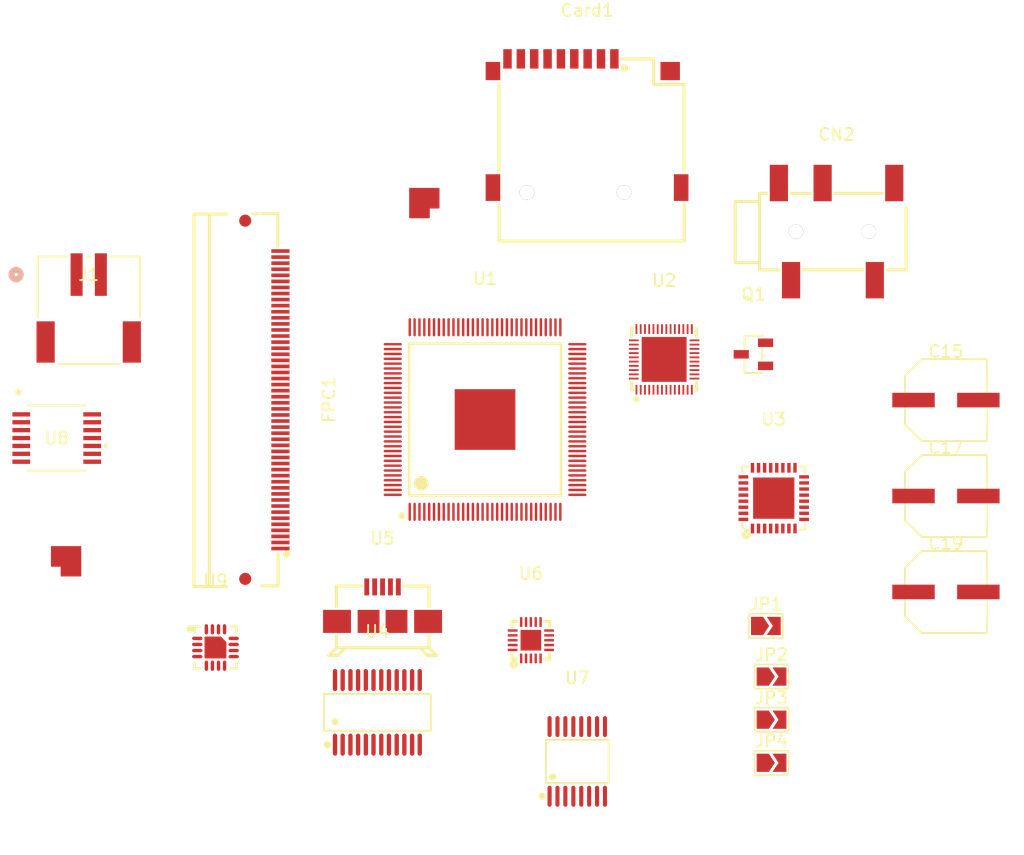
<source format=kicad_pcb>
(kicad_pcb (version 20241229) (generator "pcbnew") (generator_version "9.0")
  (layers (0 "F.Cu" signal) (2 "B.Cu" signal) (13 "F.Paste" user) (15 "B.Paste" user) (5 "F.SilkS" user "F.Silkscreen") (7 "B.SilkS" user "B.Silkscreen") (1 "F.Mask" user) (3 "B.Mask" user) (25 "Edge.Cuts" user))
  (net 0 "")
  (net 3 "TS_CS")
  (net 6 "TS_MISO")
  (net 18 "SGTL_SDA")
  (net 24 "SGTL_SCK")
  (net 29 "GND")
  (net 42 "TS_MOSI")
  (net 51 "TS_CLK")
  (net 121 "I2S_SCK")
  (net 122 "Net-(U3-VAG)")
  (net 123 "I2S_WS")
  (net 127 "I2S_SD")
  (net 172 "/USB_D-")
  (net 173 "+3.3V")
  (net 174 "/USB_D+")
  (net 175 "+1V2")
  (net 176 "+1V8")
  (net 177 "VBUS")
  (net 178 "Net-(U6-FB3)")
  (net 179 "Net-(U6-LX2)")
  (net 180 "Net-(U6-FB1)")
  (net 181 "Net-(U6-FB2)")
  (net 182 "Net-(U6-LX3)")
  (net 183 "Net-(U6-LX1)")
  (net 184 "LCD_D2")
  (net 185 "LCD_D11")
  (net 186 "LCD_D13")
  (net 187 "LCD_D3")
  (net 188 "LCD_D14")
  (net 189 "LCD_D6")
  (net 190 "LCD_D22")
  (net 191 "LCD_HSYNC")
  (net 192 "LCD_D5")
  (net 193 "LCD_D7")
  (net 194 "LCD_D10")
  (net 196 "LCD_D19")
  (net 197 "LCD_D12")
  (net 198 "LCD_CLK")
  (net 199 "LCD_D15")
  (net 200 "LCD_D23")
  (net 202 "LCD_DE")
  (net 203 "LCD_D20")
  (net 204 "LCD_VSYNC")
  (net 205 "LCD_D18")
  (net 206 "LCD_D21")
  (net 207 "LCD_D4")
  (net 208 "/Display/Y+")
  (net 209 "/Display/X+")
  (net 210 "/Display/X-")
  (net 211 "/Display/Y-")
  (net 212 "Net-(FPC1-IM0)")
  (net 213 "Net-(FPC1-IM1)")
  (net 214 "Net-(FPC1-IM2)")
  (net 215 "Net-(FPC1-IM3)")
  (net 226 "Net-(C12-Pad1)")
  (net 227 "Net-(C11-Pad1)")
  (net 230 "Net-(FPC1-LEDA-Pad49)")
  (net 231 "Net-(FPC1-RESET)")
  (net 232 "Net-(FPC1-LEDA-Pad48)")
  (net 233 "Net-(FPC1-LEDA-Pad5)")
  (net 234 "Net-(FPC1-LEDA-Pad2)")
  (net 235 "Net-(FPC1-LEDA-Pad4)")
  (net 236 "Net-(FPC1-LEDA-Pad3)")
  (net 237 "Net-(FPC1-LEDK)")
  (net 238 "LCD_LIGHT")
  (net 239 "Net-(U3-HP_L)")
  (net 240 "Net-(U3-HP_R)")
  (net 242 "Net-(U8-VREF)")
  (net 243 "/SDC0_D0")
  (net 244 "/SDC0_D2")
  (net 245 "/SDC0_CMD")
  (net 246 "/SDC0_D1")
  (net 247 "/SDC0_D3")
  (net 248 "/SDC0_CLK")
  (net 249 "HPOUTR")
  (net 250 "HPOUTL")
  (net 257 "Net-(U8-VINL)")
  (net 259 "Net-(U8-VINR)")
  (footprint "easyeda2kicad:SSOP-24_L8.8-W4.0-P0.64-LS6.2-BL" (layer "F.Cu") (at 130.96 125.49)
    (property "Reference" "U4" (at 0 -6.66 0) (layer "F.SilkS"))
    (property "Value" "AI12")
    (pad "1" smd oval (at -3.49 2.66) (size 0.36 1.82) (layers "F.Cu" "F.Mask" "F.Paste"))
    (pad "2" smd oval (at -2.86 2.66) (size 0.36 1.82) (layers "F.Cu" "F.Mask" "F.Paste"))
    (pad "3" smd oval (at -2.22 2.66) (size 0.36 1.82) (layers "F.Cu" "F.Mask" "F.Paste"))
    (pad "4" smd oval (at -1.59 2.66) (size 0.36 1.82) (layers "F.Cu" "F.Mask" "F.Paste"))
    (pad "5" smd oval (at -0.95 2.66) (size 0.36 1.82) (layers "F.Cu" "F.Mask" "F.Paste"))
    (pad "6" smd oval (at -0.32 2.66) (size 0.36 1.82) (layers "F.Cu" "F.Mask" "F.Paste"))
    (pad "7" smd oval (at 0.32 2.66) (size 0.36 1.82) (layers "F.Cu" "F.Mask" "F.Paste"))
    (pad "8" smd oval (at 0.95 2.66) (size 0.36 1.82) (layers "F.Cu" "F.Mask" "F.Paste"))
    (pad "9" smd oval (at 1.59 2.66) (size 0.36 1.82) (layers "F.Cu" "F.Mask" "F.Paste"))
    (pad "10" smd oval (at 2.22 2.66) (size 0.36 1.82) (layers "F.Cu" "F.Mask" "F.Paste"))
    (pad "11" smd oval (at 2.86 2.66) (size 0.36 1.82) (layers "F.Cu" "F.Mask" "F.Paste"))
    (pad "12" smd oval (at 3.49 2.66) (size 0.36 1.82) (layers "F.Cu" "F.Mask" "F.Paste"))
    (pad "13" smd oval (at 3.49 -2.66) (size 0.36 1.82) (layers "F.Cu" "F.Mask" "F.Paste"))
    (pad "14" smd oval (at 2.86 -2.66) (size 0.36 1.82) (layers "F.Cu" "F.Mask" "F.Paste"))
    (pad "15" smd oval (at 2.22 -2.66) (size 0.36 1.82) (layers "F.Cu" "F.Mask" "F.Paste"))
    (pad "16" smd oval (at 1.59 -2.66) (size 0.36 1.82) (layers "F.Cu" "F.Mask" "F.Paste"))
    (pad "17" smd oval (at 0.95 -2.66) (size 0.36 1.82) (layers "F.Cu" "F.Mask" "F.Paste"))
    (pad "18" smd oval (at 0.32 -2.66) (size 0.36 1.82) (layers "F.Cu" "F.Mask" "F.Paste"))
    (pad "19" smd oval (at -0.32 -2.66) (size 0.36 1.82) (layers "F.Cu" "F.Mask" "F.Paste"))
    (pad "20" smd oval (at -0.95 -2.66) (size 0.36 1.82) (layers "F.Cu" "F.Mask" "F.Paste"))
    (pad "21" smd oval (at -1.59 -2.66) (size 0.36 1.82) (layers "F.Cu" "F.Mask" "F.Paste"))
    (pad "22" smd oval (at -2.22 -2.66) (size 0.36 1.82) (layers "F.Cu" "F.Mask" "F.Paste"))
    (pad "23" smd oval (at -2.86 -2.66) (size 0.36 1.82) (layers "F.Cu" "F.Mask" "F.Paste"))
    (pad "24" smd oval (at -3.49 -2.66) (size 0.36 1.82) (layers "F.Cu" "F.Mask" "F.Paste"))
  )
  (footprint "easyeda2kicad:QFN-32_L5.0-W5.0-P0.50-BL-EP3.4" (layer "F.Cu") (at 163.6 107.85)
    (property "Reference" "U3" (at 0 -6.5 0) (layer "F.SilkS"))
    (property "Value" "SGTL5000XNAA3R2")
    (pad "1" smd rect (at -1.75 2.5) (size 0.28 0.8) (layers "F.Cu" "F.Mask" "F.Paste") (net 29 "GND"))
    (pad "2" smd rect (at -1.25 2.5) (size 0.28 0.8) (layers "F.Cu" "F.Mask" "F.Paste") (net 240 "Net-(U3-HP_R)"))
    (pad "3" smd rect (at -0.75 2.5) (size 0.28 0.8) (layers "F.Cu" "F.Mask" "F.Paste") (net 29 "GND"))
    (pad "4" smd rect (at -0.25 2.5) (size 0.28 0.8) (layers "F.Cu" "F.Mask" "F.Paste"))
    (pad "5" smd rect (at 0.25 2.5) (size 0.28 0.8) (layers "F.Cu" "F.Mask" "F.Paste") (net 173 "+3.3V"))
    (pad "6" smd rect (at 0.75 2.5) (size 0.28 0.8) (layers "F.Cu" "F.Mask" "F.Paste") (net 239 "Net-(U3-HP_L)"))
    (pad "7" smd rect (at 1.25 2.5) (size 0.28 0.8) (layers "F.Cu" "F.Mask" "F.Paste") (net 29 "GND"))
    (pad "8" smd rect (at 1.75 2.5) (size 0.28 0.8) (layers "F.Cu" "F.Mask" "F.Paste"))
    (pad "9" smd rect (at 2.5 1.75) (size 0.8 0.28) (layers "F.Cu" "F.Mask" "F.Paste"))
    (pad "10" smd rect (at 2.5 1.25) (size 0.8 0.28) (layers "F.Cu" "F.Mask" "F.Paste") (net 122 "Net-(U3-VAG)"))
    (pad "11" smd rect (at 2.5 0.75) (size 0.8 0.28) (layers "F.Cu" "F.Mask" "F.Paste"))
    (pad "12" smd rect (at 2.5 0.25) (size 0.8 0.28) (layers "F.Cu" "F.Mask" "F.Paste"))
    (pad "13" smd rect (at 2.5 -0.25) (size 0.8 0.28) (layers "F.Cu" "F.Mask" "F.Paste"))
    (pad "14" smd rect (at 2.5 -0.75) (size 0.8 0.28) (layers "F.Cu" "F.Mask" "F.Paste"))
    (pad "15" smd rect (at 2.5 -1.25) (size 0.8 0.28) (layers "F.Cu" "F.Mask" "F.Paste"))
    (pad "16" smd rect (at 2.5 -1.75) (size 0.8 0.28) (layers "F.Cu" "F.Mask" "F.Paste"))
    (pad "17" smd rect (at 1.75 -2.5) (size 0.28 0.8) (layers "F.Cu" "F.Mask" "F.Paste"))
    (pad "18" smd rect (at 1.25 -2.5) (size 0.28 0.8) (layers "F.Cu" "F.Mask" "F.Paste"))
    (pad "19" smd rect (at 0.75 -2.5) (size 0.28 0.8) (layers "F.Cu" "F.Mask" "F.Paste"))
    (pad "20" smd rect (at 0.25 -2.5) (size 0.28 0.8) (layers "F.Cu" "F.Mask" "F.Paste") (net 173 "+3.3V"))
    (pad "21" smd rect (at -0.25 -2.5) (size 0.28 0.8) (layers "F.Cu" "F.Mask" "F.Paste"))
    (pad "22" smd rect (at -0.75 -2.5) (size 0.28 0.8) (layers "F.Cu" "F.Mask" "F.Paste"))
    (pad "23" smd rect (at -1.25 -2.5) (size 0.28 0.8) (layers "F.Cu" "F.Mask" "F.Paste") (net 123 "I2S_WS"))
    (pad "24" smd rect (at -1.75 -2.5) (size 0.28 0.8) (layers "F.Cu" "F.Mask" "F.Paste") (net 121 "I2S_SCK"))
    (pad "25" smd rect (at -2.5 -1.75) (size 0.8 0.28) (layers "F.Cu" "F.Mask" "F.Paste"))
    (pad "26" smd rect (at -2.5 -1.25) (size 0.8 0.28) (layers "F.Cu" "F.Mask" "F.Paste") (net 127 "I2S_SD"))
    (pad "27" smd rect (at -2.5 -0.75) (size 0.8 0.28) (layers "F.Cu" "F.Mask" "F.Paste") (net 18 "SGTL_SDA"))
    (pad "28" smd rect (at -2.5 -0.25) (size 0.8 0.28) (layers "F.Cu" "F.Mask" "F.Paste"))
    (pad "29" smd rect (at -2.5 0.25) (size 0.8 0.28) (layers "F.Cu" "F.Mask" "F.Paste") (net 24 "SGTL_SCK"))
    (pad "30" smd rect (at -2.5 0.75) (size 0.8 0.28) (layers "F.Cu" "F.Mask" "F.Paste") (net 176 "+1V8"))
    (pad "31" smd rect (at -2.5 1.25) (size 0.8 0.28) (layers "F.Cu" "F.Mask" "F.Paste") (net 29 "GND"))
    (pad "32" smd rect (at -2.5 1.75) (size 0.8 0.28) (layers "F.Cu" "F.Mask" "F.Paste") (net 29 "GND"))
    (pad "33" smd rect (at 0 0 180) (size 3.4 3.4) (layers "F.Cu" "F.Mask" "F.Paste") (net 29 "GND"))
  )
  (footprint "easyeda2kicad:CAP-SMD_BD6.3-L6.6-W6.6-LS7.3" (layer "F.Cu") (at 177.78 107.675)
    (property "Reference" "C17" (at 0 -4 0) (layer "F.SilkS"))
    (property "Value" "GVS1H100M0604")
    (pad "1" smd rect (at -2.67 0) (size 3.5 1.2) (layers "F.Cu" "F.Mask" "F.Paste") (net 29 "GND"))
    (pad "2" smd rect (at 2.67 0) (size 3.5 1.2) (layers "F.Cu" "F.Mask" "F.Paste") (net 173 "+3.3V"))
  )
  (footprint "Jumper:SolderJumper-2_P1.3mm_Open_TrianglePad1.0x1.5mm" (layer "F.Cu") (at 163.42 122.545)
    (property "Reference" "JP2" (at 0 -1.8 0) (layer "F.SilkS"))
    (property "Value" "SolderJumper_2_Open")
    (pad "1" smd custom (at -0.725 0) (size 0.3 0.3) (layers "F.Cu" "F.Mask") (net 213 "Net-(FPC1-IM1)") (options (clearance outline) (anchor rect)) (primitives (gr_poly (pts (xy 1 0) (xy 0.5 0.75) (xy -0.5 0.75) (xy -0.5 -0.75) (xy 0.5 -0.75)) (width 0) (fill yes))))
    (pad "2" smd custom (at 0.725 0) (size 0.3 0.3) (layers "F.Cu" "F.Mask") (net 173 "+3.3V") (options (clearance outline) (anchor rect)) (primitives (gr_poly (pts (xy 0.5 0.75) (xy -0.65 0.75) (xy -0.15 0) (xy -0.65 -0.75) (xy 0.5 -0.75)) (width 0) (fill yes))))
  )
  (footprint "easyeda2kicad:AUDIO-SMD_PJ-3537S" (layer "F.Cu") (at 168.775 85.9)
    (property "Reference" "CN2" (at 0 -8 0) (layer "F.SilkS"))
    (property "Value" "PJ-3537S")
    (pad "" thru_hole circle (at -3.35 0) (size 1.2 1.2) (drill 1.2) (layers "*.Cu" "*.Mask"))
    (pad "" thru_hole circle (at 2.65 0) (size 1.2 1.2) (drill 1.2) (layers "*.Cu" "*.Mask"))
    (pad "1" smd rect (at -3.75 4) (size 1.5 3) (layers "F.Cu" "F.Mask" "F.Paste") (net 29 "GND"))
    (pad "2" smd rect (at -4.75 -4) (size 1.5 3) (layers "F.Cu" "F.Mask" "F.Paste") (net 227 "Net-(C11-Pad1)"))
    (pad "3" smd rect (at -1.15 -4) (size 1.5 3) (layers "F.Cu" "F.Mask" "F.Paste"))
    (pad "4" smd rect (at 3.15 4) (size 1.5 3) (layers "F.Cu" "F.Mask" "F.Paste"))
    (pad "5" smd rect (at 4.75 -4) (size 1.5 3) (layers "F.Cu" "F.Mask" "F.Paste") (net 226 "Net-(C12-Pad1)"))
  )
  (footprint "easyeda2kicad:TSSOP-16_L5.0-W4.4-P0.65-LS6.4-BL" (layer "F.Cu") (at 147.42 129.53)
    (property "Reference" "U7" (at 0 -6.87 0) (layer "F.SilkS"))
    (property "Value" "TSC2046IPWR_C8954")
    (pad "1" smd oval (at -2.28 2.87) (size 0.34 1.73) (layers "F.Cu" "F.Mask" "F.Paste") (net 173 "+3.3V"))
    (pad "2" smd oval (at -1.63 2.87) (size 0.34 1.73) (layers "F.Cu" "F.Mask" "F.Paste") (net 209 "/Display/X+"))
    (pad "3" smd oval (at -0.98 2.87) (size 0.34 1.73) (layers "F.Cu" "F.Mask" "F.Paste") (net 208 "/Display/Y+"))
    (pad "4" smd oval (at -0.32 2.87) (size 0.34 1.73) (layers "F.Cu" "F.Mask" "F.Paste") (net 210 "/Display/X-"))
    (pad "5" smd oval (at 0.33 2.87) (size 0.34 1.73) (layers "F.Cu" "F.Mask" "F.Paste") (net 211 "/Display/Y-"))
    (pad "6" smd oval (at 0.98 2.87) (size 0.34 1.73) (layers "F.Cu" "F.Mask" "F.Paste") (net 29 "GND"))
    (pad "7" smd oval (at 1.63 2.87) (size 0.34 1.73) (layers "F.Cu" "F.Mask" "F.Paste"))
    (pad "8" smd oval (at 2.28 2.87) (size 0.34 1.73) (layers "F.Cu" "F.Mask" "F.Paste"))
    (pad "9" smd oval (at 2.28 -2.87) (size 0.34 1.73) (layers "F.Cu" "F.Mask" "F.Paste"))
    (pad "10" smd oval (at 1.63 -2.87) (size 0.34 1.73) (layers "F.Cu" "F.Mask" "F.Paste") (net 173 "+3.3V"))
    (pad "11" smd oval (at 0.98 -2.87) (size 0.34 1.73) (layers "F.Cu" "F.Mask" "F.Paste"))
    (pad "12" smd oval (at 0.33 -2.87) (size 0.34 1.73) (layers "F.Cu" "F.Mask" "F.Paste") (net 6 "TS_MISO"))
    (pad "13" smd oval (at -0.32 -2.87) (size 0.34 1.73) (layers "F.Cu" "F.Mask" "F.Paste"))
    (pad "14" smd oval (at -0.98 -2.87) (size 0.34 1.73) (layers "F.Cu" "F.Mask" "F.Paste") (net 42 "TS_MOSI"))
    (pad "15" smd oval (at -1.63 -2.87) (size 0.34 1.73) (layers "F.Cu" "F.Mask" "F.Paste") (net 3 "TS_CS"))
    (pad "16" smd oval (at -2.28 -2.87) (size 0.34 1.73) (layers "F.Cu" "F.Mask" "F.Paste") (net 51 "TS_CLK"))
  )
  (footprint "easyeda2kicad:CAP-SMD_BD6.3-L6.6-W6.6-LS7.3" (layer "F.Cu") (at 177.78 115.575)
    (property "Reference" "C19" (at 0 -4 0) (layer "F.SilkS"))
    (property "Value" "GVS1H100M0604")
    (pad "1" smd rect (at -2.67 0) (size 3.5 1.2) (layers "F.Cu" "F.Mask" "F.Paste") (net 29 "GND"))
    (pad "2" smd rect (at 2.67 0) (size 3.5 1.2) (layers "F.Cu" "F.Mask" "F.Paste") (net 242 "Net-(U8-VREF)"))
  )
  (footprint "easyeda2kicad:SOT-23-3_L2.9-W1.3-P1.90-LS2.4-BR" (layer "F.Cu") (at 161.925 96.005)
    (property "Reference" "Q1" (at 0 -4.95 0) (layer "F.SilkS"))
    (property "Value" "MMBT2222ALT1G")
    (pad "1" smd rect (at 1 0.95) (size 1.25 0.7) (layers "F.Cu" "F.Mask" "F.Paste") (net 238 "LCD_LIGHT"))
    (pad "2" smd rect (at 1 -0.95) (size 1.25 0.7) (layers "F.Cu" "F.Mask" "F.Paste") (net 29 "GND"))
    (pad "3" smd rect (at -1 0) (size 1.25 0.7) (layers "F.Cu" "F.Mask" "F.Paste") (net 237 "Net-(FPC1-LEDK)"))
  )
  (footprint "TI-PCM:PW14" (layer "F.Cu") (at 104.554 102.899999)
    (property "Reference" "U8" (at 0 0 0) (layer "F.SilkS"))
    (property "Value" "PCM1807PW")
    (fp_text user "*" (at -3.175 -3.4478 0) (layer "F.SilkS"))
    (fp_text user "*" (at -3.175 -3.4478 0) (layer "F.SilkS"))
    (pad "1" smd rect (at -2.921 -1.950001) (size 1.461999 0.3548) (layers "F.Cu" "F.Mask" "F.Paste") (net 242 "Net-(U8-VREF)"))
    (pad "2" smd rect (at -2.921 -1.3) (size 1.461999 0.3548) (layers "F.Cu" "F.Mask" "F.Paste") (net 29 "GND"))
    (pad "3" smd rect (at -2.921 -0.649999) (size 1.461999 0.3548) (layers "F.Cu" "F.Mask" "F.Paste") (net 177 "VBUS"))
    (pad "4" smd rect (at -2.921 0) (size 1.461999 0.3548) (layers "F.Cu" "F.Mask" "F.Paste") (net 173 "+3.3V"))
    (pad "5" smd rect (at -2.921 0.649999) (size 1.461999 0.3548) (layers "F.Cu" "F.Mask" "F.Paste") (net 29 "GND"))
    (pad "6" smd rect (at -2.921 1.3) (size 1.461999 0.3548) (layers "F.Cu" "F.Mask" "F.Paste"))
    (pad "7" smd rect (at -2.921 1.949999) (size 1.461999 0.3548) (layers "F.Cu" "F.Mask" "F.Paste") (net 123 "I2S_WS"))
    (pad "8" smd rect (at 2.921 1.950001) (size 1.461999 0.3548) (layers "F.Cu" "F.Mask" "F.Paste") (net 121 "I2S_SCK"))
    (pad "9" smd rect (at 2.921 1.3) (size 1.461999 0.3548) (layers "F.Cu" "F.Mask" "F.Paste") (net 127 "I2S_SD"))
    (pad "10" smd rect (at 2.921 0.650001) (size 1.461999 0.3548) (layers "F.Cu" "F.Mask" "F.Paste"))
    (pad "11" smd rect (at 2.921 0) (size 1.461999 0.3548) (layers "F.Cu" "F.Mask" "F.Paste"))
    (pad "12" smd rect (at 2.921 -0.649999) (size 1.461999 0.3548) (layers "F.Cu" "F.Mask" "F.Paste"))
    (pad "13" smd rect (at 2.921 -1.3) (size 1.461999 0.3548) (layers "F.Cu" "F.Mask" "F.Paste") (net 257 "Net-(U8-VINL)"))
    (pad "14" smd rect (at 2.921 -1.949999) (size 1.461999 0.3548) (layers "F.Cu" "F.Mask" "F.Paste") (net 259 "Net-(U8-VINR)"))
  )
  (footprint "Jumper:SolderJumper-2_P1.3mm_Open_TrianglePad1.0x1.5mm" (layer "F.Cu") (at 163.42 126.095)
    (property "Reference" "JP3" (at 0 -1.8 0) (layer "F.SilkS"))
    (property "Value" "SolderJumper_2_Open")
    (pad "1" smd custom (at -0.725 0) (size 0.3 0.3) (layers "F.Cu" "F.Mask") (net 214 "Net-(FPC1-IM2)") (options (clearance outline) (anchor rect)) (primitives (gr_poly (pts (xy 1 0) (xy 0.5 0.75) (xy -0.5 0.75) (xy -0.5 -0.75) (xy 0.5 -0.75)) (width 0) (fill yes))))
    (pad "2" smd custom (at 0.725 0) (size 0.3 0.3) (layers "F.Cu" "F.Mask") (net 173 "+3.3V") (options (clearance outline) (anchor rect)) (primitives (gr_poly (pts (xy 0.5 0.75) (xy -0.65 0.75) (xy -0.15 0) (xy -0.65 -0.75) (xy 0.5 -0.75)) (width 0) (fill yes))))
  )
  (footprint "easyeda2kicad:QFN-48_L5.0-W5.0-P0.35-BL-EP3.7" (layer "F.Cu") (at 154.575 96.425)
    (property "Reference" "U2" (at 0 -6.5 0) (layer "F.SilkS"))
    (property "Value" "ESP32-D0WD-V3")
    (pad "1" smd rect (at -2.28 2.5 90) (size 0.8 0.15) (layers "F.Cu" "F.Mask" "F.Paste"))
    (pad "2" smd rect (at -1.93 2.5 90) (size 0.8 0.15) (layers "F.Cu" "F.Mask" "F.Paste"))
    (pad "3" smd rect (at -1.58 2.5 90) (size 0.8 0.15) (layers "F.Cu" "F.Mask" "F.Paste"))
    (pad "4" smd rect (at -1.23 2.5 90) (size 0.8 0.15) (layers "F.Cu" "F.Mask" "F.Paste"))
    (pad "5" smd rect (at -0.88 2.5 90) (size 0.8 0.15) (layers "F.Cu" "F.Mask" "F.Paste"))
    (pad "6" smd rect (at -0.53 2.5 90) (size 0.8 0.15) (layers "F.Cu" "F.Mask" "F.Paste"))
    (pad "7" smd rect (at -0.18 2.5 90) (size 0.8 0.15) (layers "F.Cu" "F.Mask" "F.Paste"))
    (pad "8" smd rect (at 0.18 2.5 90) (size 0.8 0.15) (layers "F.Cu" "F.Mask" "F.Paste"))
    (pad "9" smd rect (at 0.53 2.5 90) (size 0.8 0.15) (layers "F.Cu" "F.Mask" "F.Paste"))
    (pad "10" smd rect (at 0.88 2.5 90) (size 0.8 0.15) (layers "F.Cu" "F.Mask" "F.Paste"))
    (pad "11" smd rect (at 1.23 2.5 90) (size 0.8 0.15) (layers "F.Cu" "F.Mask" "F.Paste"))
    (pad "12" smd rect (at 1.58 2.5 90) (size 0.8 0.15) (layers "F.Cu" "F.Mask" "F.Paste"))
    (pad "13" smd rect (at 1.93 2.5 90) (size 0.8 0.15) (layers "F.Cu" "F.Mask" "F.Paste"))
    (pad "14" smd rect (at 2.28 2.5 90) (size 0.8 0.15) (layers "F.Cu" "F.Mask" "F.Paste"))
    (pad "15" smd rect (at 2.5 1.58 180) (size 0.8 0.15) (layers "F.Cu" "F.Mask" "F.Paste"))
    (pad "16" smd rect (at 2.5 1.23 180) (size 0.8 0.15) (layers "F.Cu" "F.Mask" "F.Paste"))
    (pad "17" smd rect (at 2.5 0.88 180) (size 0.8 0.15) (layers "F.Cu" "F.Mask" "F.Paste"))
    (pad "18" smd rect (at 2.5 0.53 180) (size 0.8 0.15) (layers "F.Cu" "F.Mask" "F.Paste"))
    (pad "19" smd rect (at 2.5 0.18 180) (size 0.8 0.15) (layers "F.Cu" "F.Mask" "F.Paste"))
    (pad "20" smd rect (at 2.5 -0.17 180) (size 0.8 0.15) (layers "F.Cu" "F.Mask" "F.Paste"))
    (pad "21" smd rect (at 2.5 -0.52 180) (size 0.8 0.15) (layers "F.Cu" "F.Mask" "F.Paste"))
    (pad "22" smd rect (at 2.5 -0.87 180) (size 0.8 0.15) (layers "F.Cu" "F.Mask" "F.Paste"))
    (pad "23" smd rect (at 2.5 -1.22 180) (size 0.8 0.15) (layers "F.Cu" "F.Mask" "F.Paste"))
    (pad "24" smd rect (at 2.5 -1.57 180) (size 0.8 0.15) (layers "F.Cu" "F.Mask" "F.Paste"))
    (pad "25" smd rect (at 2.28 -2.5 270) (size 0.8 0.15) (layers "F.Cu" "F.Mask" "F.Paste"))
    (pad "26" smd rect (at 1.93 -2.5 270) (size 0.8 0.15) (layers "F.Cu" "F.Mask" "F.Paste"))
    (pad "27" smd rect (at 1.58 -2.5 270) (size 0.8 0.15) (layers "F.Cu" "F.Mask" "F.Paste"))
    (pad "28" smd rect (at 1.23 -2.5 270) (size 0.8 0.15) (layers "F.Cu" "F.Mask" "F.Paste"))
    (pad "29" smd rect (at 0.88 -2.5 270) (size 0.8 0.15) (layers "F.Cu" "F.Mask" "F.Paste"))
    (pad "30" smd rect (at 0.53 -2.5 270) (size 0.8 0.15) (layers "F.Cu" "F.Mask" "F.Paste"))
    (pad "31" smd rect (at 0.18 -2.5 270) (size 0.8 0.15) (layers "F.Cu" "F.Mask" "F.Paste"))
    (pad "32" smd rect (at -0.18 -2.5 270) (size 0.8 0.15) (layers "F.Cu" "F.Mask" "F.Paste"))
    (pad "33" smd rect (at -0.53 -2.5 270) (size 0.8 0.15) (layers "F.Cu" "F.Mask" "F.Paste"))
    (pad "34" smd rect (at -0.88 -2.5 270) (size 0.8 0.15) (layers "F.Cu" "F.Mask" "F.Paste"))
    (pad "35" smd rect (at -1.23 -2.5 270) (size 0.8 0.15) (layers "F.Cu" "F.Mask" "F.Paste"))
    (pad "36" smd rect (at -1.58 -2.5 270) (size 0.8 0.15) (layers "F.Cu" "F.Mask" "F.Paste"))
    (pad "37" smd rect (at -1.93 -2.5 270) (size 0.8 0.15) (layers "F.Cu" "F.Mask" "F.Paste"))
    (pad "38" smd rect (at -2.28 -2.5 270) (size 0.8 0.15) (layers "F.Cu" "F.Mask" "F.Paste"))
    (pad "39" smd rect (at -2.5 -1.57) (size 0.8 0.15) (layers "F.Cu" "F.Mask" "F.Paste"))
    (pad "40" smd rect (at -2.5 -1.22) (size 0.8 0.15) (layers "F.Cu" "F.Mask" "F.Paste"))
    (pad "41" smd rect (at -2.5 -0.87) (size 0.8 0.15) (layers "F.Cu" "F.Mask" "F.Paste"))
    (pad "42" smd rect (at -2.5 -0.52) (size 0.8 0.15) (layers "F.Cu" "F.Mask" "F.Paste"))
    (pad "43" smd rect (at -2.5 -0.17) (size 0.8 0.15) (layers "F.Cu" "F.Mask" "F.Paste"))
    (pad "44" smd rect (at -2.5 0.18) (size 0.8 0.15) (layers "F.Cu" "F.Mask" "F.Paste"))
    (pad "45" smd rect (at -2.5 0.53) (size 0.8 0.15) (layers "F.Cu" "F.Mask" "F.Paste"))
    (pad "46" smd rect (at -2.5 0.88) (size 0.8 0.15) (layers "F.Cu" "F.Mask" "F.Paste"))
    (pad "47" smd rect (at -2.5 1.23) (size 0.8 0.15) (layers "F.Cu" "F.Mask" "F.Paste"))
    (pad "48" smd rect (at -2.5 1.58) (size 0.8 0.15) (layers "F.Cu" "F.Mask" "F.Paste"))
    (pad "49" smd rect (at 0 0 270) (size 3.7 3.7) (layers "F.Cu" "F.Mask" "F.Paste"))
  )
  (footprint "easyeda2kicad:FPC-SMD_50P-P0.50_62684-501100ALF" (layer "F.Cu") (at 121.525 99.75 -90)
    (property "Reference" "FPC1" (at 0 -5.45 90) (layer "F.SilkS"))
    (property "Value" "62684-502100ALF")
    (pad "1" smd rect (at 12.25 -1.45 180) (size 1.5 0.3) (layers "F.Cu" "F.Mask" "F.Paste") (net 237 "Net-(FPC1-LEDK)"))
    (pad "2" smd rect (at 11.75 -1.45 180) (size 1.5 0.3) (layers "F.Cu" "F.Mask" "F.Paste") (net 234 "Net-(FPC1-LEDA-Pad2)"))
    (pad "3" smd rect (at 11.25 -1.45 180) (size 1.5 0.3) (layers "F.Cu" "F.Mask" "F.Paste") (net 236 "Net-(FPC1-LEDA-Pad3)"))
    (pad "4" smd rect (at 10.75 -1.45 180) (size 1.5 0.3) (layers "F.Cu" "F.Mask" "F.Paste") (net 235 "Net-(FPC1-LEDA-Pad4)"))
    (pad "5" smd rect (at 10.25 -1.45 180) (size 1.5 0.3) (layers "F.Cu" "F.Mask" "F.Paste") (net 233 "Net-(FPC1-LEDA-Pad5)"))
    (pad "6" smd rect (at 9.75 -1.45 180) (size 1.5 0.3) (layers "F.Cu" "F.Mask" "F.Paste") (net 212 "Net-(FPC1-IM0)"))
    (pad "7" smd rect (at 9.25 -1.45 180) (size 1.5 0.3) (layers "F.Cu" "F.Mask" "F.Paste") (net 213 "Net-(FPC1-IM1)"))
    (pad "8" smd rect (at 8.75 -1.45 180) (size 1.5 0.3) (layers "F.Cu" "F.Mask" "F.Paste") (net 214 "Net-(FPC1-IM2)"))
    (pad "9" smd rect (at 8.25 -1.45 180) (size 1.5 0.3) (layers "F.Cu" "F.Mask" "F.Paste") (net 215 "Net-(FPC1-IM3)"))
    (pad "10" smd rect (at 7.75 -1.45 180) (size 1.5 0.3) (layers "F.Cu" "F.Mask" "F.Paste") (net 231 "Net-(FPC1-RESET)"))
    (pad "11" smd rect (at 7.25 -1.45 180) (size 1.5 0.3) (layers "F.Cu" "F.Mask" "F.Paste") (net 204 "LCD_VSYNC"))
    (pad "12" smd rect (at 6.75 -1.45 180) (size 1.5 0.3) (layers "F.Cu" "F.Mask" "F.Paste") (net 191 "LCD_HSYNC"))
    (pad "13" smd rect (at 6.25 -1.45 180) (size 1.5 0.3) (layers "F.Cu" "F.Mask" "F.Paste") (net 198 "LCD_CLK"))
    (pad "14" smd rect (at 5.75 -1.45 180) (size 1.5 0.3) (layers "F.Cu" "F.Mask" "F.Paste") (net 202 "LCD_DE"))
    (pad "15" smd rect (at 5.25 -1.45 180) (size 1.5 0.3) (layers "F.Cu" "F.Mask" "F.Paste") (net 200 "LCD_D23"))
    (pad "16" smd rect (at 4.75 -1.45 180) (size 1.5 0.3) (layers "F.Cu" "F.Mask" "F.Paste") (net 190 "LCD_D22"))
    (pad "17" smd rect (at 4.25 -1.45 180) (size 1.5 0.3) (layers "F.Cu" "F.Mask" "F.Paste") (net 206 "LCD_D21"))
    (pad "18" smd rect (at 3.75 -1.45 180) (size 1.5 0.3) (layers "F.Cu" "F.Mask" "F.Paste") (net 203 "LCD_D20"))
    (pad "19" smd rect (at 3.25 -1.45 180) (size 1.5 0.3) (layers "F.Cu" "F.Mask" "F.Paste") (net 196 "LCD_D19"))
    (pad "20" smd rect (at 2.75 -1.45 180) (size 1.5 0.3) (layers "F.Cu" "F.Mask" "F.Paste") (net 205 "LCD_D18"))
    (pad "21" smd rect (at 2.25 -1.45 180) (size 1.5 0.3) (layers "F.Cu" "F.Mask" "F.Paste") (net 199 "LCD_D15"))
    (pad "22" smd rect (at 1.75 -1.45 180) (size 1.5 0.3) (layers "F.Cu" "F.Mask" "F.Paste") (net 188 "LCD_D14"))
    (pad "23" smd rect (at 1.25 -1.45 180) (size 1.5 0.3) (layers "F.Cu" "F.Mask" "F.Paste") (net 186 "LCD_D13"))
    (pad "24" smd rect (at 0.75 -1.45 180) (size 1.5 0.3) (layers "F.Cu" "F.Mask" "F.Paste") (net 197 "LCD_D12"))
    (pad "25" smd rect (at 0.25 -1.45 180) (size 1.5 0.3) (layers "F.Cu" "F.Mask" "F.Paste") (net 185 "LCD_D11"))
    (pad "26" smd rect (at -0.25 -1.45 180) (size 1.5 0.3) (layers "F.Cu" "F.Mask" "F.Paste") (net 194 "LCD_D10"))
    (pad "27" smd rect (at -0.75 -1.45 180) (size 1.5 0.3) (layers "F.Cu" "F.Mask" "F.Paste") (net 193 "LCD_D7"))
    (pad "28" smd rect (at -1.25 -1.45 180) (size 1.5 0.3) (layers "F.Cu" "F.Mask" "F.Paste") (net 189 "LCD_D6"))
    (pad "29" smd rect (at -1.75 -1.45 180) (size 1.5 0.3) (layers "F.Cu" "F.Mask" "F.Paste") (net 192 "LCD_D5"))
    (pad "30" smd rect (at -2.25 -1.45 180) (size 1.5 0.3) (layers "F.Cu" "F.Mask" "F.Paste") (net 207 "LCD_D4"))
    (pad "31" smd rect (at -2.75 -1.45 180) (size 1.5 0.3) (layers "F.Cu" "F.Mask" "F.Paste") (net 187 "LCD_D3"))
    (pad "32" smd rect (at -3.25 -1.45 180) (size 1.5 0.3) (layers "F.Cu" "F.Mask" "F.Paste") (net 184 "LCD_D2"))
    (pad "33" smd rect (at -3.75 -1.45 180) (size 1.5 0.3) (layers "F.Cu" "F.Mask" "F.Paste"))
    (pad "34" smd rect (at -4.25 -1.45 180) (size 1.5 0.3) (layers "F.Cu" "F.Mask" "F.Paste") (net 173 "+3.3V"))
    (pad "35" smd rect (at -4.75 -1.45 180) (size 1.5 0.3) (layers "F.Cu" "F.Mask" "F.Paste") (net 173 "+3.3V"))
    (pad "36" smd rect (at -5.25 -1.45 180) (size 1.5 0.3) (layers "F.Cu" "F.Mask" "F.Paste") (net 173 "+3.3V"))
    (pad "37" smd rect (at -5.75 -1.45 180) (size 1.5 0.3) (layers "F.Cu" "F.Mask" "F.Paste") (net 173 "+3.3V"))
    (pad "38" smd rect (at -6.25 -1.45 180) (size 1.5 0.3) (layers "F.Cu" "F.Mask" "F.Paste") (net 29 "GND"))
    (pad "39" smd rect (at -6.75 -1.45 180) (size 1.5 0.3) (layers "F.Cu" "F.Mask" "F.Paste"))
    (pad "40" smd rect (at -7.25 -1.45 180) (size 1.5 0.3) (layers "F.Cu" "F.Mask" "F.Paste") (net 173 "+3.3V"))
    (pad "41" smd rect (at -7.75 -1.45 180) (size 1.5 0.3) (layers "F.Cu" "F.Mask" "F.Paste") (net 173 "+3.3V"))
    (pad "42" smd rect (at -8.25 -1.45 180) (size 1.5 0.3) (layers "F.Cu" "F.Mask" "F.Paste") (net 173 "+3.3V"))
    (pad "43" smd rect (at -8.75 -1.45 180) (size 1.5 0.3) (layers "F.Cu" "F.Mask" "F.Paste") (net 29 "GND"))
    (pad "44" smd rect (at -9.25 -1.45 180) (size 1.5 0.3) (layers "F.Cu" "F.Mask" "F.Paste") (net 210 "/Display/X-"))
    (pad "45" smd rect (at -9.75 -1.45 180) (size 1.5 0.3) (layers "F.Cu" "F.Mask" "F.Paste") (net 211 "/Display/Y-"))
    (pad "46" smd rect (at -10.25 -1.45 180) (size 1.5 0.3) (layers "F.Cu" "F.Mask" "F.Paste") (net 209 "/Display/X+"))
    (pad "47" smd rect (at -10.75 -1.45 180) (size 1.5 0.3) (layers "F.Cu" "F.Mask" "F.Paste") (net 208 "/Display/Y+"))
    (pad "48" smd rect (at -11.25 -1.45 180) (size 1.5 0.3) (layers "F.Cu" "F.Mask" "F.Paste") (net 232 "Net-(FPC1-LEDA-Pad48)"))
    (pad "49" smd rect (at -11.75 -1.45 180) (size 1.5 0.3) (layers "F.Cu" "F.Mask" "F.Paste") (net 230 "Net-(FPC1-LEDA-Pad49)"))
    (pad "50" smd rect (at -12.25 -1.45 180) (size 1.5 0.3) (layers "F.Cu" "F.Mask" "F.Paste") (net 29 "GND"))
    (pad "51" smd custom (at -14.75 1.45 180) (size 1 1) (layers "F.Cu" "F.Mask" "F.Paste") (options (clearance outline) (anchor circle)) (primitives (gr_poly (pts (xy -13.55 0.25) (xy -13.55 2.65) (xy -15.95 2.65) (xy -15.95 1.05) (xy -15.15 1.05) (xy -15.15 0.25)) (width 0.1) (fill yes))))
    (pad "52" smd custom (at 14.75 1.45 180) (size 1 1) (layers "F.Cu" "F.Mask" "F.Paste") (options (clearance outline) (anchor circle)) (primitives (gr_poly (pts (xy 15.15 0.25) (xy 15.15 1.05) (xy 15.95 1.05) (xy 15.95 2.65) (xy 13.55 2.65) (xy 13.55 0.25)) (width 0.1) (fill yes))))
  )
  (footprint "easyeda2kicad:MICRO-USB-SMD_AMPHENOL_10104110-0001LF" (layer "F.Cu") (at 131.385 116.58)
    (property "Reference" "U5" (at 0 -5.42 0) (layer "F.SilkS"))
    (property "Value" "10104110-0001LF")
    (pad "1" smd rect (at -1.3 -1.42 90) (size 1.4 0.4) (layers "F.Cu" "F.Mask" "F.Paste") (net 177 "VBUS"))
    (pad "2" smd rect (at -0.65 -1.42 90) (size 1.4 0.4) (layers "F.Cu" "F.Mask" "F.Paste") (net 172 "/USB_D-"))
    (pad "3" smd rect (at 0 -1.42 90) (size 1.4 0.4) (layers "F.Cu" "F.Mask" "F.Paste") (net 174 "/USB_D+"))
    (pad "4" smd rect (at 0.65 -1.42 90) (size 1.4 0.4) (layers "F.Cu" "F.Mask" "F.Paste"))
    (pad "5" smd rect (at 1.3 -1.42 90) (size 1.4 0.4) (layers "F.Cu" "F.Mask" "F.Paste") (net 29 "GND"))
    (pad "6" smd rect (at -3.75 1.42 90) (size 1.9 2.3) (layers "F.Cu" "F.Mask" "F.Paste") (net 29 "GND"))
    (pad "6" smd rect (at -1.15 1.42 90) (size 1.9 1.8) (layers "F.Cu" "F.Mask" "F.Paste") (net 29 "GND"))
    (pad "6" smd rect (at 1.15 1.42 90) (size 1.9 1.8) (layers "F.Cu" "F.Mask" "F.Paste") (net 29 "GND"))
    (pad "6" smd rect (at 3.75 1.42 90) (size 1.9 2.3) (layers "F.Cu" "F.Mask" "F.Paste") (net 29 "GND"))
  )
  (footprint "jst-1769:CONN_1769_ADA" (layer "F.Cu") (at 106.188501 89.439899)
    (property "Reference" "J1" (at 1 0 0) (layer "F.SilkS"))
    (property "Value" "1769")
    (pad "1" smd rect (at 0 0) (size 0.9906 3.5052) (layers "F.Cu" "F.Mask" "F.Paste"))
    (pad "2" smd rect (at 2.000001 0) (size 0.9906 3.5052) (layers "F.Cu" "F.Mask" "F.Paste"))
    (pad "3" smd rect (at -2.550001 5.549999) (size 1.4986 3.4036) (layers "F.Cu" "F.Mask" "F.Paste"))
    (pad "4" smd rect (at 4.550001 5.549999) (size 1.4986 3.4036) (layers "F.Cu" "F.Mask" "F.Paste"))
  )
  (footprint "Jumper:SolderJumper-2_P1.3mm_Open_TrianglePad1.0x1.5mm" (layer "F.Cu") (at 163.42 129.645)
    (property "Reference" "JP4" (at 0 -1.8 0) (layer "F.SilkS"))
    (property "Value" "SolderJumper_2_Open")
    (pad "1" smd custom (at -0.725 0) (size 0.3 0.3) (layers "F.Cu" "F.Mask") (net 215 "Net-(FPC1-IM3)") (options (clearance outline) (anchor rect)) (primitives (gr_poly (pts (xy 1 0) (xy 0.5 0.75) (xy -0.5 0.75) (xy -0.5 -0.75) (xy 0.5 -0.75)) (width 0) (fill yes))))
    (pad "2" smd custom (at 0.725 0) (size 0.3 0.3) (layers "F.Cu" "F.Mask") (net 173 "+3.3V") (options (clearance outline) (anchor rect)) (primitives (gr_poly (pts (xy 0.5 0.75) (xy -0.65 0.75) (xy -0.15 0) (xy -0.65 -0.75) (xy 0.5 -0.75)) (width 0) (fill yes))))
  )
  (footprint "Jumper:SolderJumper-2_P1.3mm_Open_TrianglePad1.0x1.5mm" (layer "F.Cu") (at 162.95 118.375)
    (property "Reference" "JP1" (at 0 -1.8 0) (layer "F.SilkS"))
    (property "Value" "SolderJumper_2_Open")
    (pad "1" smd custom (at -0.725 0) (size 0.3 0.3) (layers "F.Cu" "F.Mask") (net 212 "Net-(FPC1-IM0)") (options (clearance outline) (anchor rect)) (primitives (gr_poly (pts (xy 1 0) (xy 0.5 0.75) (xy -0.5 0.75) (xy -0.5 -0.75) (xy 0.5 -0.75)) (width 0) (fill yes))))
    (pad "2" smd custom (at 0.725 0) (size 0.3 0.3) (layers "F.Cu" "F.Mask") (net 173 "+3.3V") (options (clearance outline) (anchor rect)) (primitives (gr_poly (pts (xy 0.5 0.75) (xy -0.65 0.75) (xy -0.15 0) (xy -0.65 -0.75) (xy 0.5 -0.75)) (width 0) (fill yes))))
  )
  (footprint "easyeda2kicad:WQFN-20_L3.0-W3.0-P0.40-BL-EP" (layer "F.Cu") (at 143.6 119.55)
    (property "Reference" "U6" (at 0 -5.5 0) (layer "F.SilkS"))
    (property "Value" "EA3036C")
    (pad "1" smd rect (at -0.8 1.5 180) (size 0.2 0.8) (layers "F.Cu" "F.Mask" "F.Paste") (net 29 "GND"))
    (pad "2" smd rect (at -0.4 1.5 180) (size 0.2 0.8) (layers "F.Cu" "F.Mask" "F.Paste") (net 178 "Net-(U6-FB3)"))
    (pad "3" smd rect (at 0 1.5 180) (size 0.2 0.8) (layers "F.Cu" "F.Mask" "F.Paste") (net 181 "Net-(U6-FB2)"))
    (pad "4" smd rect (at 0.4 1.5 180) (size 0.2 0.8) (layers "F.Cu" "F.Mask" "F.Paste") (net 29 "GND"))
    (pad "5" smd rect (at 0.8 1.5 180) (size 0.2 0.8) (layers "F.Cu" "F.Mask" "F.Paste") (net 29 "GND"))
    (pad "6" smd rect (at 1.5 0.8 90) (size 0.2 0.8) (layers "F.Cu" "F.Mask" "F.Paste") (net 179 "Net-(U6-LX2)"))
    (pad "7" smd rect (at 1.5 0.4 90) (size 0.2 0.8) (layers "F.Cu" "F.Mask" "F.Paste") (net 177 "VBUS"))
    (pad "8" smd rect (at 1.5 0 90) (size 0.2 0.8) (layers "F.Cu" "F.Mask" "F.Paste") (net 177 "VBUS"))
    (pad "9" smd rect (at 1.5 -0.4 90) (size 0.2 0.8) (layers "F.Cu" "F.Mask" "F.Paste") (net 177 "VBUS"))
    (pad "10" smd rect (at 1.5 -0.8 90) (size 0.2 0.8) (layers "F.Cu" "F.Mask" "F.Paste") (net 177 "VBUS"))
    (pad "11" smd rect (at 0.8 -1.5 180) (size 0.2 0.8) (layers "F.Cu" "F.Mask" "F.Paste") (net 183 "Net-(U6-LX1)"))
    (pad "12" smd rect (at 0.4 -1.5 180) (size 0.2 0.8) (layers "F.Cu" "F.Mask" "F.Paste") (net 29 "GND"))
    (pad "13" smd rect (at 0 -1.5 180) (size 0.2 0.8) (layers "F.Cu" "F.Mask" "F.Paste") (net 29 "GND"))
    (pad "14" smd rect (at -0.4 -1.5 180) (size 0.2 0.8) (layers "F.Cu" "F.Mask" "F.Paste") (net 180 "Net-(U6-FB1)"))
    (pad "15" smd rect (at -0.8 -1.5 180) (size 0.2 0.8) (layers "F.Cu" "F.Mask" "F.Paste") (net 29 "GND"))
    (pad "16" smd rect (at -1.5 -0.8 270) (size 0.2 0.8) (layers "F.Cu" "F.Mask" "F.Paste") (net 177 "VBUS"))
    (pad "17" smd rect (at -1.5 -0.4 270) (size 0.2 0.8) (layers "F.Cu" "F.Mask" "F.Paste") (net 29 "GND"))
    (pad "18" smd rect (at -1.5 0 270) (size 0.2 0.8) (layers "F.Cu" "F.Mask" "F.Paste") (net 177 "VBUS"))
    (pad "19" smd rect (at -1.5 0.4 270) (size 0.2 0.8) (layers "F.Cu" "F.Mask" "F.Paste") (net 177 "VBUS"))
    (pad "20" smd rect (at -1.5 0.8 270) (size 0.2 0.8) (layers "F.Cu" "F.Mask" "F.Paste") (net 182 "Net-(U6-LX3)"))
    (pad "21" smd rect (at 0 0 270) (size 1.7 1.7) (layers "F.Cu" "F.Mask" "F.Paste") (net 29 "GND"))
  )
  (footprint "easyeda2kicad:CAP-SMD_BD6.3-L6.6-W6.6-LS7.3" (layer "F.Cu") (at 177.78 99.775)
    (property "Reference" "C15" (at 0 -4 0) (layer "F.SilkS"))
    (property "Value" "GVS1H100M0604")
    (pad "1" smd rect (at -2.67 0) (size 3.5 1.2) (layers "F.Cu" "F.Mask" "F.Paste") (net 29 "GND"))
    (pad "2" smd rect (at 2.67 0) (size 3.5 1.2) (layers "F.Cu" "F.Mask" "F.Paste") (net 177 "VBUS"))
  )
  (footprint "easyeda2kicad:QFN-16_L3.0-W3.0-P0.50-TL-EP1.7" (layer "F.Cu") (at 117.625 120.15)
    (property "Reference" "U9" (at 0 -5.5 0) (layer "F.SilkS"))
    (property "Value" "BQ24074RGTR")
    (pad "1" smd oval (at -1.5 -0.75) (size 0.85 0.28) (layers "F.Cu" "F.Mask" "F.Paste"))
    (pad "2" smd oval (at -1.5 -0.25) (size 0.85 0.28) (layers "F.Cu" "F.Mask" "F.Paste"))
    (pad "3" smd oval (at -1.5 0.25) (size 0.85 0.28) (layers "F.Cu" "F.Mask" "F.Paste"))
    (pad "4" smd oval (at -1.5 0.75) (size 0.85 0.28) (layers "F.Cu" "F.Mask" "F.Paste"))
    (pad "5" smd oval (at -0.75 1.5) (size 0.28 0.85) (layers "F.Cu" "F.Mask" "F.Paste"))
    (pad "6" smd oval (at -0.25 1.5) (size 0.28 0.85) (layers "F.Cu" "F.Mask" "F.Paste"))
    (pad "7" smd oval (at 0.25 1.5) (size 0.28 0.85) (layers "F.Cu" "F.Mask" "F.Paste"))
    (pad "8" smd oval (at 0.75 1.5) (size 0.28 0.85) (layers "F.Cu" "F.Mask" "F.Paste"))
    (pad "9" smd oval (at 1.5 0.75) (size 0.85 0.28) (layers "F.Cu" "F.Mask" "F.Paste"))
    (pad "10" smd oval (at 1.5 0.25) (size 0.85 0.28) (layers "F.Cu" "F.Mask" "F.Paste"))
    (pad "11" smd oval (at 1.5 -0.25) (size 0.85 0.28) (layers "F.Cu" "F.Mask" "F.Paste"))
    (pad "12" smd oval (at 1.5 -0.75) (size 0.85 0.28) (layers "F.Cu" "F.Mask" "F.Paste"))
    (pad "13" smd oval (at 0.75 -1.5) (size 0.28 0.85) (layers "F.Cu" "F.Mask" "F.Paste"))
    (pad "14" smd oval (at 0.25 -1.5) (size 0.28 0.85) (layers "F.Cu" "F.Mask" "F.Paste"))
    (pad "15" smd oval (at -0.25 -1.5) (size 0.28 0.85) (layers "F.Cu" "F.Mask" "F.Paste"))
    (pad "16" smd oval (at -0.75 -1.5) (size 0.28 0.85) (layers "F.Cu" "F.Mask" "F.Paste"))
    (pad "17" smd custom (at 0 0 270) (size 1 1) (layers "F.Cu" "F.Mask" "F.Paste") (options (clearance outline) (anchor circle)) (primitives (gr_poly (pts (xy 0.85 -0.85) (xy 0.85 0.85) (xy -0.85 0.85) (xy -0.85 -0.43) (xy -0.42 -0.85)) (width 0.1) (fill yes))))
  )
  (footprint "easyeda2kicad:TF-SMD_TF-PUSH" (layer "F.Cu") (at 148.225 76.975)
    (property "Reference" "Card1" (at 0 -9.3 0) (layer "F.SilkS"))
    (property "Value" "TF PUSH")
    (pad "" thru_hole circle (at -4.95 5.7) (size 1.2 1.2) (drill 1.2) (layers "*.Cu" "*.Mask"))
    (pad "" thru_hole circle (at 3.05 5.7) (size 1.2 1.2) (drill 1.2) (layers "*.Cu" "*.Mask"))
    (pad "1" smd rect (at 2.25 -5.3) (size 0.7 1.6) (layers "F.Cu" "F.Mask" "F.Paste") (net 244 "/SDC0_D2"))
    (pad "2" smd rect (at 1.15 -5.3) (size 0.7 1.6) (layers "F.Cu" "F.Mask" "F.Paste") (net 247 "/SDC0_D3"))
    (pad "3" smd rect (at 0.05 -5.3) (size 0.7 1.6) (layers "F.Cu" "F.Mask" "F.Paste") (net 245 "/SDC0_CMD"))
    (pad "4" smd rect (at -1.05 -5.3) (size 0.7 1.6) (layers "F.Cu" "F.Mask" "F.Paste"))
    (pad "5" smd rect (at -2.15 -5.3) (size 0.7 1.6) (layers "F.Cu" "F.Mask" "F.Paste") (net 248 "/SDC0_CLK"))
    (pad "6" smd rect (at -3.25 -5.3) (size 0.7 1.6) (layers "F.Cu" "F.Mask" "F.Paste") (net 29 "GND"))
    (pad "7" smd rect (at -4.35 -5.3) (size 0.7 1.6) (layers "F.Cu" "F.Mask" "F.Paste") (net 243 "/SDC0_D0"))
    (pad "8" smd rect (at -5.45 -5.3) (size 0.7 1.6) (layers "F.Cu" "F.Mask" "F.Paste") (net 246 "/SDC0_D1"))
    (pad "10" smd rect (at -7.75 -4.3) (size 1.2 1.5) (layers "F.Cu" "F.Mask" "F.Paste") (net 29 "GND"))
    (pad "11" smd rect (at -7.75 5.3) (size 1.2 2.2) (layers "F.Cu" "F.Mask" "F.Paste") (net 29 "GND"))
    (pad "12" smd rect (at 7.75 5.3) (size 1.2 2.2) (layers "F.Cu" "F.Mask" "F.Paste") (net 29 "GND"))
    (pad "13" smd rect (at 6.85 -4.3) (size 1.6 1.5) (layers "F.Cu" "F.Mask" "F.Paste") (net 29 "GND"))
    (pad "CD" smd rect (at -6.55 -5.3) (size 0.7 1.6) (layers "F.Cu" "F.Mask" "F.Paste"))
  )
  (footprint "easyeda2kicad:LQFP-128_L14.0-W14.0-P0.40-LS16.0-BL-EP5.0" (layer "F.Cu") (at 139.825 101.375)
    (property "Reference" "U1" (at 0 -11.6 0) (layer "F.SilkS"))
    (property "Value" "V3S")
    (pad "1" smd oval (at -6.2 7.6) (size 0.2 1.5) (layers "F.Cu" "F.Mask" "F.Paste"))
    (pad "2" smd oval (at -5.8 7.6) (size 0.2 1.5) (layers "F.Cu" "F.Mask" "F.Paste"))
    (pad "3" smd oval (at -5.4 7.6) (size 0.2 1.5) (layers "F.Cu" "F.Mask" "F.Paste"))
    (pad "4" smd oval (at -5 7.6) (size 0.2 1.5) (layers "F.Cu" "F.Mask" "F.Paste"))
    (pad "5" smd oval (at -4.6 7.6) (size 0.2 1.5) (layers "F.Cu" "F.Mask" "F.Paste"))
    (pad "6" smd oval (at -4.2 7.6) (size 0.2 1.5) (layers "F.Cu" "F.Mask" "F.Paste") (net 200 "LCD_D23"))
    (pad "7" smd oval (at -3.8 7.6) (size 0.2 1.5) (layers "F.Cu" "F.Mask" "F.Paste") (net 190 "LCD_D22"))
    (pad "8" smd oval (at -3.4 7.6) (size 0.2 1.5) (layers "F.Cu" "F.Mask" "F.Paste"))
    (pad "9" smd oval (at -3 7.6) (size 0.2 1.5) (layers "F.Cu" "F.Mask" "F.Paste"))
    (pad "10" smd oval (at -2.6 7.6) (size 0.2 1.5) (layers "F.Cu" "F.Mask" "F.Paste"))
    (pad "11" smd oval (at -2.2 7.6) (size 0.2 1.5) (layers "F.Cu" "F.Mask" "F.Paste") (net 206 "LCD_D21"))
    (pad "12" smd oval (at -1.8 7.6) (size 0.2 1.5) (layers "F.Cu" "F.Mask" "F.Paste"))
    (pad "13" smd oval (at -1.4 7.6) (size 0.2 1.5) (layers "F.Cu" "F.Mask" "F.Paste") (net 203 "LCD_D20"))
    (pad "14" smd oval (at -1 7.6) (size 0.2 1.5) (layers "F.Cu" "F.Mask" "F.Paste") (net 196 "LCD_D19"))
    (pad "15" smd oval (at -0.6 7.6) (size 0.2 1.5) (layers "F.Cu" "F.Mask" "F.Paste") (net 205 "LCD_D18"))
    (pad "16" smd oval (at -0.2 7.6) (size 0.2 1.5) (layers "F.Cu" "F.Mask" "F.Paste") (net 199 "LCD_D15"))
    (pad "17" smd oval (at 0.2 7.6) (size 0.2 1.5) (layers "F.Cu" "F.Mask" "F.Paste") (net 188 "LCD_D14"))
    (pad "18" smd oval (at 0.6 7.6) (size 0.2 1.5) (layers "F.Cu" "F.Mask" "F.Paste") (net 186 "LCD_D13"))
    (pad "19" smd oval (at 1 7.6) (size 0.2 1.5) (layers "F.Cu" "F.Mask" "F.Paste") (net 175 "+1V2"))
    (pad "20" smd oval (at 1.4 7.6) (size 0.2 1.5) (layers "F.Cu" "F.Mask" "F.Paste") (net 175 "+1V2"))
    (pad "21" smd oval (at 1.8 7.6) (size 0.2 1.5) (layers "F.Cu" "F.Mask" "F.Paste") (net 175 "+1V2"))
    (pad "22" smd oval (at 2.2 7.6) (size 0.2 1.5) (layers "F.Cu" "F.Mask" "F.Paste") (net 197 "LCD_D12"))
    (pad "23" smd oval (at 2.6 7.6) (size 0.2 1.5) (layers "F.Cu" "F.Mask" "F.Paste") (net 185 "LCD_D11"))
    (pad "24" smd oval (at 3 7.6) (size 0.2 1.5) (layers "F.Cu" "F.Mask" "F.Paste") (net 194 "LCD_D10"))
    (pad "25" smd oval (at 3.4 7.6) (size 0.2 1.5) (layers "F.Cu" "F.Mask" "F.Paste") (net 175 "+1V2"))
    (pad "26" smd oval (at 3.8 7.6) (size 0.2 1.5) (layers "F.Cu" "F.Mask" "F.Paste") (net 175 "+1V2"))
    (pad "27" smd oval (at 4.2 7.6) (size 0.2 1.5) (layers "F.Cu" "F.Mask" "F.Paste") (net 193 "LCD_D7"))
    (pad "28" smd oval (at 4.6 7.6) (size 0.2 1.5) (layers "F.Cu" "F.Mask" "F.Paste") (net 189 "LCD_D6"))
    (pad "29" smd oval (at 5 7.6) (size 0.2 1.5) (layers "F.Cu" "F.Mask" "F.Paste"))
    (pad "30" smd oval (at 5.4 7.6) (size 0.2 1.5) (layers "F.Cu" "F.Mask" "F.Paste") (net 192 "LCD_D5"))
    (pad "31" smd oval (at 5.8 7.6) (size 0.2 1.5) (layers "F.Cu" "F.Mask" "F.Paste") (net 207 "LCD_D4"))
    (pad "32" smd oval (at 6.2 7.6) (size 0.2 1.5) (layers "F.Cu" "F.Mask" "F.Paste") (net 187 "LCD_D3"))
    (pad "33" smd oval (at 7.6 6.2 90) (size 0.2 1.5) (layers "F.Cu" "F.Mask" "F.Paste") (net 189 "LCD_D6"))
    (pad "34" smd oval (at 7.6 5.8 90) (size 0.2 1.5) (layers "F.Cu" "F.Mask" "F.Paste") (net 204 "LCD_VSYNC"))
    (pad "35" smd oval (at 7.6 5.4 90) (size 0.2 1.5) (layers "F.Cu" "F.Mask" "F.Paste") (net 191 "LCD_HSYNC"))
    (pad "36" smd oval (at 7.6 5 90) (size 0.2 1.5) (layers "F.Cu" "F.Mask" "F.Paste") (net 202 "LCD_DE"))
    (pad "37" smd oval (at 7.6 4.6 90) (size 0.2 1.5) (layers "F.Cu" "F.Mask" "F.Paste") (net 198 "LCD_CLK"))
    (pad "38" smd oval (at 7.6 4.2 90) (size 0.2 1.5) (layers "F.Cu" "F.Mask" "F.Paste") (net 175 "+1V2"))
    (pad "39" smd oval (at 7.6 3.8 90) (size 0.2 1.5) (layers "F.Cu" "F.Mask" "F.Paste"))
    (pad "40" smd oval (at 7.6 3.4 90) (size 0.2 1.5) (layers "F.Cu" "F.Mask" "F.Paste"))
    (pad "41" smd oval (at 7.6 3 90) (size 0.2 1.5) (layers "F.Cu" "F.Mask" "F.Paste"))
    (pad "42" smd oval (at 7.6 2.6 90) (size 0.2 1.5) (layers "F.Cu" "F.Mask" "F.Paste"))
    (pad "43" smd oval (at 7.6 2.2 90) (size 0.2 1.5) (layers "F.Cu" "F.Mask" "F.Paste") (net 238 "LCD_LIGHT"))
    (pad "44" smd oval (at 7.6 1.8 90) (size 0.2 1.5) (layers "F.Cu" "F.Mask" "F.Paste"))
    (pad "45" smd oval (at 7.6 1.4 90) (size 0.2 1.5) (layers "F.Cu" "F.Mask" "F.Paste") (net 24 "SGTL_SCK"))
    (pad "46" smd oval (at 7.6 1 90) (size 0.2 1.5) (layers "F.Cu" "F.Mask" "F.Paste") (net 18 "SGTL_SDA"))
    (pad "47" smd oval (at 7.6 0.6 90) (size 0.2 1.5) (layers "F.Cu" "F.Mask" "F.Paste"))
    (pad "48" smd oval (at 7.6 0.2 90) (size 0.2 1.5) (layers "F.Cu" "F.Mask" "F.Paste"))
    (pad "49" smd oval (at 7.6 -0.2 90) (size 0.2 1.5) (layers "F.Cu" "F.Mask" "F.Paste"))
    (pad "50" smd oval (at 7.6 -0.6 90) (size 0.2 1.5) (layers "F.Cu" "F.Mask" "F.Paste"))
    (pad "51" smd oval (at 7.6 -1 90) (size 0.2 1.5) (layers "F.Cu" "F.Mask" "F.Paste") (net 175 "+1V2"))
    (pad "52" smd oval (at 7.6 -1.4 90) (size 0.2 1.5) (layers "F.Cu" "F.Mask" "F.Paste") (net 6 "TS_MISO"))
    (pad "53" smd oval (at 7.6 -1.8 90) (size 0.2 1.5) (layers "F.Cu" "F.Mask" "F.Paste") (net 51 "TS_CLK"))
    (pad "54" smd oval (at 7.6 -2.2 90) (size 0.2 1.5) (layers "F.Cu" "F.Mask" "F.Paste") (net 3 "TS_CS"))
    (pad "55" smd oval (at 7.6 -2.6 90) (size 0.2 1.5) (layers "F.Cu" "F.Mask" "F.Paste") (net 42 "TS_MOSI"))
    (pad "56" smd oval (at 7.6 -3 90) (size 0.2 1.5) (layers "F.Cu" "F.Mask" "F.Paste") (net 175 "+1V2"))
    (pad "57" smd oval (at 7.6 -3.4 90) (size 0.2 1.5) (layers "F.Cu" "F.Mask" "F.Paste"))
    (pad "58" smd oval (at 7.6 -3.8 90) (size 0.2 1.5) (layers "F.Cu" "F.Mask" "F.Paste") (net 175 "+1V2"))
    (pad "59" smd oval (at 7.6 -4.2 90) (size 0.2 1.5) (layers "F.Cu" "F.Mask" "F.Paste") (net 176 "+1V8"))
    (pad "60" smd oval (at 7.6 -4.6 90) (size 0.2 1.5) (layers "F.Cu" "F.Mask" "F.Paste") (net 176 "+1V8"))
    (pad "61" smd oval (at 7.6 -5 90) (size 0.2 1.5) (layers "F.Cu" "F.Mask" "F.Paste") (net 176 "+1V8"))
    (pad "62" smd oval (at 7.6 -5.4 90) (size 0.2 1.5) (layers "F.Cu" "F.Mask" "F.Paste") (net 176 "+1V8"))
    (pad "63" smd oval (at 7.6 -5.8 90) (size 0.2 1.5) (layers "F.Cu" "F.Mask" "F.Paste"))
    (pad "64" smd oval (at 7.6 -6.2 90) (size 0.2 1.5) (layers "F.Cu" "F.Mask" "F.Paste") (net 175 "+1V2"))
    (pad "65" smd oval (at 6.2 -7.6 180) (size 0.2 1.5) (layers "F.Cu" "F.Mask" "F.Paste") (net 176 "+1V8"))
    (pad "66" smd oval (at 5.8 -7.6 180) (size 0.2 1.5) (layers "F.Cu" "F.Mask" "F.Paste") (net 176 "+1V8"))
    (pad "67" smd oval (at 5.4 -7.6 180) (size 0.2 1.5) (layers "F.Cu" "F.Mask" "F.Paste") (net 176 "+1V8"))
    (pad "68" smd oval (at 5 -7.6 180) (size 0.2 1.5) (layers "F.Cu" "F.Mask" "F.Paste") (net 176 "+1V8"))
    (pad "69" smd oval (at 4.6 -7.6 180) (size 0.2 1.5) (layers "F.Cu" "F.Mask" "F.Paste") (net 176 "+1V8"))
    (pad "70" smd oval (at 4.2 -7.6 180) (size 0.2 1.5) (layers "F.Cu" "F.Mask" "F.Paste") (net 176 "+1V8"))
    (pad "71" smd oval (at 3.8 -7.6 180) (size 0.2 1.5) (layers "F.Cu" "F.Mask" "F.Paste"))
    (pad "72" smd oval (at 3.4 -7.6 180) (size 0.2 1.5) (layers "F.Cu" "F.Mask" "F.Paste") (net 176 "+1V8"))
    (pad "73" smd oval (at 3 -7.6 180) (size 0.2 1.5) (layers "F.Cu" "F.Mask" "F.Paste"))
    (pad "74" smd oval (at 2.6 -7.6 180) (size 0.2 1.5) (layers "F.Cu" "F.Mask" "F.Paste"))
    (pad "75" smd oval (at 2.2 -7.6 180) (size 0.2 1.5) (layers "F.Cu" "F.Mask" "F.Paste"))
    (pad "76" smd oval (at 1.8 -7.6 180) (size 0.2 1.5) (layers "F.Cu" "F.Mask" "F.Paste"))
    (pad "77" smd oval (at 1.4 -7.6 180) (size 0.2 1.5) (layers "F.Cu" "F.Mask" "F.Paste"))
    (pad "78" smd oval (at 1 -7.6 180) (size 0.2 1.5) (layers "F.Cu" "F.Mask" "F.Paste"))
    (pad "79" smd oval (at 0.6 -7.6 180) (size 0.2 1.5) (layers "F.Cu" "F.Mask" "F.Paste") (net 176 "+1V8"))
    (pad "80" smd oval (at 0.2 -7.6 180) (size 0.2 1.5) (layers "F.Cu" "F.Mask" "F.Paste") (net 175 "+1V2"))
    (pad "81" smd oval (at -0.2 -7.6 180) (size 0.2 1.5) (layers "F.Cu" "F.Mask" "F.Paste"))
    (pad "82" smd oval (at -0.6 -7.6 180) (size 0.2 1.5) (layers "F.Cu" "F.Mask" "F.Paste"))
    (pad "83" smd oval (at -1 -7.6 180) (size 0.2 1.5) (layers "F.Cu" "F.Mask" "F.Paste"))
    (pad "84" smd oval (at -1.4 -7.6 180) (size 0.2 1.5) (layers "F.Cu" "F.Mask" "F.Paste"))
    (pad "85" smd oval (at -1.8 -7.6 180) (size 0.2 1.5) (layers "F.Cu" "F.Mask" "F.Paste") (net 173 "+3.3V"))
    (pad "86" smd oval (at -2.2 -7.6 180) (size 0.2 1.5) (layers "F.Cu" "F.Mask" "F.Paste"))
    (pad "87" smd oval (at -2.6 -7.6 180) (size 0.2 1.5) (layers "F.Cu" "F.Mask" "F.Paste"))
    (pad "88" smd oval (at -3 -7.6 180) (size 0.2 1.5) (layers "F.Cu" "F.Mask" "F.Paste"))
    (pad "89" smd oval (at -3.4 -7.6 180) (size 0.2 1.5) (layers "F.Cu" "F.Mask" "F.Paste"))
    (pad "90" smd oval (at -3.8 -7.6 180) (size 0.2 1.5) (layers "F.Cu" "F.Mask" "F.Paste"))
    (pad "91" smd oval (at -4.2 -7.6 180) (size 0.2 1.5) (layers "F.Cu" "F.Mask" "F.Paste"))
    (pad "92" smd oval (at -4.6 -7.6 180) (size 0.2 1.5) (layers "F.Cu" "F.Mask" "F.Paste"))
    (pad "93" smd oval (at -5 -7.6 180) (size 0.2 1.5) (layers "F.Cu" "F.Mask" "F.Paste") (net 173 "+3.3V"))
    (pad "94" smd oval (at -5.4 -7.6 180) (size 0.2 1.5) (layers "F.Cu" "F.Mask" "F.Paste"))
    (pad "95" smd oval (at -5.8 -7.6 180) (size 0.2 1.5) (layers "F.Cu" "F.Mask" "F.Paste"))
    (pad "96" smd oval (at -6.2 -7.6 180) (size 0.2 1.5) (layers "F.Cu" "F.Mask" "F.Paste"))
    (pad "97" smd oval (at -7.6 -6.2 270) (size 0.2 1.5) (layers "F.Cu" "F.Mask" "F.Paste"))
    (pad "98" smd oval (at -7.6 -5.8 270) (size 0.2 1.5) (layers "F.Cu" "F.Mask" "F.Paste") (net 173 "+3.3V"))
    (pad "99" smd oval (at -7.6 -5.4 270) (size 0.2 1.5) (layers "F.Cu" "F.Mask" "F.Paste"))
    (pad "100" smd oval (at -7.6 -5 270) (size 0.2 1.5) (layers "F.Cu" "F.Mask" "F.Paste"))
    (pad "101" smd oval (at -7.6 -4.6 270) (size 0.2 1.5) (layers "F.Cu" "F.Mask" "F.Paste") (net 244 "/SDC0_D2"))
    (pad "102" smd oval (at -7.6 -4.2 270) (size 0.2 1.5) (layers "F.Cu" "F.Mask" "F.Paste") (net 247 "/SDC0_D3"))
    (pad "103" smd oval (at -7.6 -3.8 270) (size 0.2 1.5) (layers "F.Cu" "F.Mask" "F.Paste") (net 245 "/SDC0_CMD"))
    (pad "104" smd oval (at -7.6 -3.4 270) (size 0.2 1.5) (layers "F.Cu" "F.Mask" "F.Paste"))
    (pad "105" smd oval (at -7.6 -3 270) (size 0.2 1.5) (layers "F.Cu" "F.Mask" "F.Paste") (net 248 "/SDC0_CLK"))
    (pad "106" smd oval (at -7.6 -2.6 270) (size 0.2 1.5) (layers "F.Cu" "F.Mask" "F.Paste") (net 243 "/SDC0_D0"))
    (pad "107" smd oval (at -7.6 -2.2 270) (size 0.2 1.5) (layers "F.Cu" "F.Mask" "F.Paste") (net 246 "/SDC0_D1"))
    (pad "108" smd oval (at -7.6 -1.8 270) (size 0.2 1.5) (layers "F.Cu" "F.Mask" "F.Paste") (net 175 "+1V2"))
    (pad "109" smd oval (at -7.6 -1.4 270) (size 0.2 1.5) (layers "F.Cu" "F.Mask" "F.Paste") (net 173 "+3.3V"))
    (pad "110" smd oval (at -7.6 -1 270) (size 0.2 1.5) (layers "F.Cu" "F.Mask" "F.Paste") (net 172 "/USB_D-"))
    (pad "111" smd oval (at -7.6 -0.6 270) (size 0.2 1.5) (layers "F.Cu" "F.Mask" "F.Paste") (net 174 "/USB_D+"))
    (pad "112" smd oval (at -7.6 -0.2 270) (size 0.2 1.5) (layers "F.Cu" "F.Mask" "F.Paste"))
    (pad "113" smd oval (at -7.6 0.2 270) (size 0.2 1.5) (layers "F.Cu" "F.Mask" "F.Paste"))
    (pad "114" smd oval (at -7.6 0.6 270) (size 0.2 1.5) (layers "F.Cu" "F.Mask" "F.Paste"))
    (pad "115" smd oval (at -7.6 1 270) (size 0.2 1.5) (layers "F.Cu" "F.Mask" "F.Paste"))
    (pad "116" smd oval (at -7.6 1.4 270) (size 0.2 1.5) (layers "F.Cu" "F.Mask" "F.Paste"))
    (pad "117" smd oval (at -7.6 1.8 270) (size 0.2 1.5) (layers "F.Cu" "F.Mask" "F.Paste"))
    (pad "118" smd oval (at -7.6 2.2 270) (size 0.2 1.5) (layers "F.Cu" "F.Mask" "F.Paste"))
    (pad "119" smd oval (at -7.6 2.6 270) (size 0.2 1.5) (layers "F.Cu" "F.Mask" "F.Paste"))
    (pad "120" smd oval (at -7.6 3 270) (size 0.2 1.5) (layers "F.Cu" "F.Mask" "F.Paste") (net 249 "HPOUTR"))
    (pad "121" smd oval (at -7.6 3.4 270) (size 0.2 1.5) (layers "F.Cu" "F.Mask" "F.Paste") (net 250 "HPOUTL"))
    (pad "122" smd oval (at -7.6 3.8 270) (size 0.2 1.5) (layers "F.Cu" "F.Mask" "F.Paste"))
    (pad "123" smd oval (at -7.6 4.2 270) (size 0.2 1.5) (layers "F.Cu" "F.Mask" "F.Paste"))
    (pad "124" smd oval (at -7.6 4.6 270) (size 0.2 1.5) (layers "F.Cu" "F.Mask" "F.Paste"))
    (pad "125" smd oval (at -7.6 5 270) (size 0.2 1.5) (layers "F.Cu" "F.Mask" "F.Paste"))
    (pad "126" smd oval (at -7.6 5.4 270) (size 0.2 1.5) (layers "F.Cu" "F.Mask" "F.Paste") (net 175 "+1V2"))
    (pad "127" smd oval (at -7.6 5.8 270) (size 0.2 1.5) (layers "F.Cu" "F.Mask" "F.Paste"))
    (pad "128" smd oval (at -7.6 6.2 270) (size 0.2 1.5) (layers "F.Cu" "F.Mask" "F.Paste"))
    (pad "129" smd rect (at 0 0 180) (size 5 5) (layers "F.Cu" "F.Mask" "F.Paste") (net 29 "GND"))
  )
)
</source>
